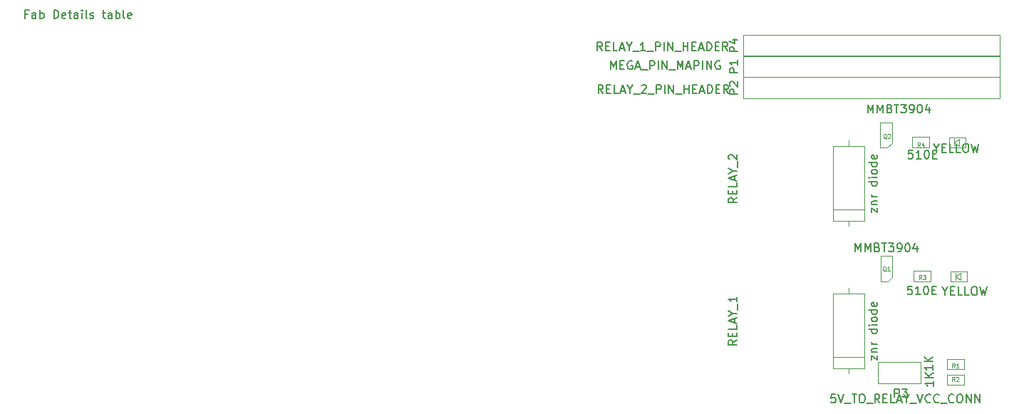
<source format=gbr>
G04 #@! TF.FileFunction,Other,Fab,Top*
%FSLAX46Y46*%
G04 Gerber Fmt 4.6, Leading zero omitted, Abs format (unit mm)*
G04 Created by KiCad (PCBNEW 4.0.4-stable) date 04/20/17 14:33:44*
%MOMM*%
%LPD*%
G01*
G04 APERTURE LIST*
%ADD10C,0.100000*%
%ADD11C,0.150000*%
%ADD12C,0.075000*%
G04 APERTURE END LIST*
D10*
X202040000Y-84930000D02*
X202040000Y-85730000D01*
X202040000Y-85330000D02*
X202640000Y-84930000D01*
X202640000Y-85730000D02*
X202040000Y-85330000D01*
X202640000Y-84930000D02*
X202640000Y-85730000D01*
X203440000Y-85930000D02*
X201440000Y-85930000D01*
X203440000Y-84730000D02*
X203440000Y-85930000D01*
X201440000Y-84730000D02*
X203440000Y-84730000D01*
X201440000Y-85930000D02*
X201440000Y-84730000D01*
X201890000Y-69010000D02*
X201890000Y-69810000D01*
X201890000Y-69410000D02*
X202490000Y-69010000D01*
X202490000Y-69810000D02*
X201890000Y-69410000D01*
X202490000Y-69010000D02*
X202490000Y-69810000D01*
X203290000Y-70010000D02*
X201290000Y-70010000D01*
X203290000Y-68810000D02*
X203290000Y-70010000D01*
X201290000Y-68810000D02*
X203290000Y-68810000D01*
X201290000Y-70010000D02*
X201290000Y-68810000D01*
X187530000Y-96240000D02*
X191230000Y-96240000D01*
X191230000Y-96240000D02*
X191230000Y-87340000D01*
X191230000Y-87340000D02*
X187530000Y-87340000D01*
X187530000Y-87340000D02*
X187530000Y-96240000D01*
X189380000Y-96870000D02*
X189380000Y-96240000D01*
X189380000Y-86710000D02*
X189380000Y-87340000D01*
X187530000Y-94905000D02*
X191230000Y-94905000D01*
X187530000Y-78710000D02*
X191230000Y-78710000D01*
X191230000Y-78710000D02*
X191230000Y-69810000D01*
X191230000Y-69810000D02*
X187530000Y-69810000D01*
X187530000Y-69810000D02*
X187530000Y-78710000D01*
X189380000Y-79340000D02*
X189380000Y-78710000D01*
X189380000Y-69180000D02*
X189380000Y-69810000D01*
X187530000Y-77375000D02*
X191230000Y-77375000D01*
X176800000Y-61660000D02*
X207280000Y-61660000D01*
X207280000Y-61660000D02*
X207280000Y-59120000D01*
X207280000Y-59120000D02*
X176800000Y-59120000D01*
X176800000Y-59120000D02*
X176800000Y-61660000D01*
X176800000Y-64200000D02*
X207280000Y-64200000D01*
X207280000Y-64200000D02*
X207280000Y-61660000D01*
X207280000Y-61660000D02*
X176800000Y-61660000D01*
X176800000Y-61660000D02*
X176800000Y-64200000D01*
X197920000Y-95460000D02*
X192840000Y-95460000D01*
X192840000Y-95460000D02*
X192840000Y-98000000D01*
X192840000Y-98000000D02*
X197920000Y-98000000D01*
X197920000Y-98000000D02*
X197920000Y-95460000D01*
X176800000Y-59140000D02*
X207280000Y-59140000D01*
X207280000Y-59140000D02*
X207280000Y-56600000D01*
X207280000Y-56600000D02*
X176800000Y-56600000D01*
X176800000Y-56600000D02*
X176800000Y-59140000D01*
X194540000Y-85370000D02*
X194540000Y-82920000D01*
X193990000Y-85940000D02*
X193140000Y-85940000D01*
X194540000Y-85370000D02*
X193990000Y-85940000D01*
X193140000Y-85940000D02*
X193140000Y-82900000D01*
X194540000Y-82900000D02*
X193140000Y-82900000D01*
X194500000Y-69470000D02*
X194500000Y-67020000D01*
X193950000Y-70040000D02*
X193100000Y-70040000D01*
X194500000Y-69470000D02*
X193950000Y-70040000D01*
X193100000Y-70040000D02*
X193100000Y-67000000D01*
X194500000Y-67000000D02*
X193100000Y-67000000D01*
X203052109Y-95126741D02*
X203052109Y-96366741D01*
X201052109Y-95126741D02*
X203052109Y-95126741D01*
X201052109Y-96366741D02*
X201052109Y-95126741D01*
X203052109Y-96366741D02*
X201052109Y-96366741D01*
X203052109Y-96986741D02*
X203052109Y-98226741D01*
X201052109Y-96986741D02*
X203052109Y-96986741D01*
X201052109Y-98226741D02*
X201052109Y-96986741D01*
X203052109Y-98226741D02*
X201052109Y-98226741D01*
X197060000Y-85900000D02*
X197060000Y-84660000D01*
X199060000Y-85900000D02*
X197060000Y-85900000D01*
X199060000Y-84660000D02*
X199060000Y-85900000D01*
X197060000Y-84660000D02*
X199060000Y-84660000D01*
X196910000Y-69980000D02*
X196910000Y-68740000D01*
X198910000Y-69980000D02*
X196910000Y-69980000D01*
X198910000Y-68740000D02*
X198910000Y-69980000D01*
X196910000Y-68740000D02*
X198910000Y-68740000D01*
D11*
X200812857Y-87066190D02*
X200812857Y-87542381D01*
X200479524Y-86542381D02*
X200812857Y-87066190D01*
X201146191Y-86542381D01*
X201479524Y-87018571D02*
X201812858Y-87018571D01*
X201955715Y-87542381D02*
X201479524Y-87542381D01*
X201479524Y-86542381D01*
X201955715Y-86542381D01*
X202860477Y-87542381D02*
X202384286Y-87542381D01*
X202384286Y-86542381D01*
X203670001Y-87542381D02*
X203193810Y-87542381D01*
X203193810Y-86542381D01*
X204193810Y-86542381D02*
X204384287Y-86542381D01*
X204479525Y-86590000D01*
X204574763Y-86685238D01*
X204622382Y-86875714D01*
X204622382Y-87209048D01*
X204574763Y-87399524D01*
X204479525Y-87494762D01*
X204384287Y-87542381D01*
X204193810Y-87542381D01*
X204098572Y-87494762D01*
X204003334Y-87399524D01*
X203955715Y-87209048D01*
X203955715Y-86875714D01*
X204003334Y-86685238D01*
X204098572Y-86590000D01*
X204193810Y-86542381D01*
X204955715Y-86542381D02*
X205193810Y-87542381D01*
X205384287Y-86828095D01*
X205574763Y-87542381D01*
X205812858Y-86542381D01*
X199801757Y-70082590D02*
X199801757Y-70558781D01*
X199468424Y-69558781D02*
X199801757Y-70082590D01*
X200135091Y-69558781D01*
X200468424Y-70034971D02*
X200801758Y-70034971D01*
X200944615Y-70558781D02*
X200468424Y-70558781D01*
X200468424Y-69558781D01*
X200944615Y-69558781D01*
X201849377Y-70558781D02*
X201373186Y-70558781D01*
X201373186Y-69558781D01*
X202658901Y-70558781D02*
X202182710Y-70558781D01*
X202182710Y-69558781D01*
X203182710Y-69558781D02*
X203373187Y-69558781D01*
X203468425Y-69606400D01*
X203563663Y-69701638D01*
X203611282Y-69892114D01*
X203611282Y-70225448D01*
X203563663Y-70415924D01*
X203468425Y-70511162D01*
X203373187Y-70558781D01*
X203182710Y-70558781D01*
X203087472Y-70511162D01*
X202992234Y-70415924D01*
X202944615Y-70225448D01*
X202944615Y-69892114D01*
X202992234Y-69701638D01*
X203087472Y-69606400D01*
X203182710Y-69558781D01*
X203944615Y-69558781D02*
X204182710Y-70558781D01*
X204373187Y-69844495D01*
X204563663Y-70558781D01*
X204801758Y-69558781D01*
X192075714Y-95218572D02*
X192075714Y-94694762D01*
X192742381Y-95218572D01*
X192742381Y-94694762D01*
X192075714Y-94313810D02*
X192742381Y-94313810D01*
X192170952Y-94313810D02*
X192123333Y-94266191D01*
X192075714Y-94170953D01*
X192075714Y-94028095D01*
X192123333Y-93932857D01*
X192218571Y-93885238D01*
X192742381Y-93885238D01*
X192742381Y-93409048D02*
X192075714Y-93409048D01*
X192266190Y-93409048D02*
X192170952Y-93361429D01*
X192123333Y-93313810D01*
X192075714Y-93218572D01*
X192075714Y-93123333D01*
X192742381Y-91599523D02*
X191742381Y-91599523D01*
X192694762Y-91599523D02*
X192742381Y-91694761D01*
X192742381Y-91885238D01*
X192694762Y-91980476D01*
X192647143Y-92028095D01*
X192551905Y-92075714D01*
X192266190Y-92075714D01*
X192170952Y-92028095D01*
X192123333Y-91980476D01*
X192075714Y-91885238D01*
X192075714Y-91694761D01*
X192123333Y-91599523D01*
X192742381Y-91123333D02*
X192075714Y-91123333D01*
X191742381Y-91123333D02*
X191790000Y-91170952D01*
X191837619Y-91123333D01*
X191790000Y-91075714D01*
X191742381Y-91123333D01*
X191837619Y-91123333D01*
X192742381Y-90504286D02*
X192694762Y-90599524D01*
X192647143Y-90647143D01*
X192551905Y-90694762D01*
X192266190Y-90694762D01*
X192170952Y-90647143D01*
X192123333Y-90599524D01*
X192075714Y-90504286D01*
X192075714Y-90361428D01*
X192123333Y-90266190D01*
X192170952Y-90218571D01*
X192266190Y-90170952D01*
X192551905Y-90170952D01*
X192647143Y-90218571D01*
X192694762Y-90266190D01*
X192742381Y-90361428D01*
X192742381Y-90504286D01*
X192742381Y-89313809D02*
X191742381Y-89313809D01*
X192694762Y-89313809D02*
X192742381Y-89409047D01*
X192742381Y-89599524D01*
X192694762Y-89694762D01*
X192647143Y-89742381D01*
X192551905Y-89790000D01*
X192266190Y-89790000D01*
X192170952Y-89742381D01*
X192123333Y-89694762D01*
X192075714Y-89599524D01*
X192075714Y-89409047D01*
X192123333Y-89313809D01*
X192694762Y-88456666D02*
X192742381Y-88551904D01*
X192742381Y-88742381D01*
X192694762Y-88837619D01*
X192599524Y-88885238D01*
X192218571Y-88885238D01*
X192123333Y-88837619D01*
X192075714Y-88742381D01*
X192075714Y-88551904D01*
X192123333Y-88456666D01*
X192218571Y-88409047D01*
X192313810Y-88409047D01*
X192409048Y-88885238D01*
X192075714Y-77688572D02*
X192075714Y-77164762D01*
X192742381Y-77688572D01*
X192742381Y-77164762D01*
X192075714Y-76783810D02*
X192742381Y-76783810D01*
X192170952Y-76783810D02*
X192123333Y-76736191D01*
X192075714Y-76640953D01*
X192075714Y-76498095D01*
X192123333Y-76402857D01*
X192218571Y-76355238D01*
X192742381Y-76355238D01*
X192742381Y-75879048D02*
X192075714Y-75879048D01*
X192266190Y-75879048D02*
X192170952Y-75831429D01*
X192123333Y-75783810D01*
X192075714Y-75688572D01*
X192075714Y-75593333D01*
X192742381Y-74069523D02*
X191742381Y-74069523D01*
X192694762Y-74069523D02*
X192742381Y-74164761D01*
X192742381Y-74355238D01*
X192694762Y-74450476D01*
X192647143Y-74498095D01*
X192551905Y-74545714D01*
X192266190Y-74545714D01*
X192170952Y-74498095D01*
X192123333Y-74450476D01*
X192075714Y-74355238D01*
X192075714Y-74164761D01*
X192123333Y-74069523D01*
X192742381Y-73593333D02*
X192075714Y-73593333D01*
X191742381Y-73593333D02*
X191790000Y-73640952D01*
X191837619Y-73593333D01*
X191790000Y-73545714D01*
X191742381Y-73593333D01*
X191837619Y-73593333D01*
X192742381Y-72974286D02*
X192694762Y-73069524D01*
X192647143Y-73117143D01*
X192551905Y-73164762D01*
X192266190Y-73164762D01*
X192170952Y-73117143D01*
X192123333Y-73069524D01*
X192075714Y-72974286D01*
X192075714Y-72831428D01*
X192123333Y-72736190D01*
X192170952Y-72688571D01*
X192266190Y-72640952D01*
X192551905Y-72640952D01*
X192647143Y-72688571D01*
X192694762Y-72736190D01*
X192742381Y-72831428D01*
X192742381Y-72974286D01*
X192742381Y-71783809D02*
X191742381Y-71783809D01*
X192694762Y-71783809D02*
X192742381Y-71879047D01*
X192742381Y-72069524D01*
X192694762Y-72164762D01*
X192647143Y-72212381D01*
X192551905Y-72260000D01*
X192266190Y-72260000D01*
X192170952Y-72212381D01*
X192123333Y-72164762D01*
X192075714Y-72069524D01*
X192075714Y-71879047D01*
X192123333Y-71783809D01*
X192694762Y-70926666D02*
X192742381Y-71021904D01*
X192742381Y-71212381D01*
X192694762Y-71307619D01*
X192599524Y-71355238D01*
X192218571Y-71355238D01*
X192123333Y-71307619D01*
X192075714Y-71212381D01*
X192075714Y-71021904D01*
X192123333Y-70926666D01*
X192218571Y-70879047D01*
X192313810Y-70879047D01*
X192409048Y-71355238D01*
X161060000Y-60712381D02*
X161060000Y-59712381D01*
X161393334Y-60426667D01*
X161726667Y-59712381D01*
X161726667Y-60712381D01*
X162202857Y-60188571D02*
X162536191Y-60188571D01*
X162679048Y-60712381D02*
X162202857Y-60712381D01*
X162202857Y-59712381D01*
X162679048Y-59712381D01*
X163631429Y-59760000D02*
X163536191Y-59712381D01*
X163393334Y-59712381D01*
X163250476Y-59760000D01*
X163155238Y-59855238D01*
X163107619Y-59950476D01*
X163060000Y-60140952D01*
X163060000Y-60283810D01*
X163107619Y-60474286D01*
X163155238Y-60569524D01*
X163250476Y-60664762D01*
X163393334Y-60712381D01*
X163488572Y-60712381D01*
X163631429Y-60664762D01*
X163679048Y-60617143D01*
X163679048Y-60283810D01*
X163488572Y-60283810D01*
X164060000Y-60426667D02*
X164536191Y-60426667D01*
X163964762Y-60712381D02*
X164298095Y-59712381D01*
X164631429Y-60712381D01*
X164726667Y-60807619D02*
X165488572Y-60807619D01*
X165726667Y-60712381D02*
X165726667Y-59712381D01*
X166107620Y-59712381D01*
X166202858Y-59760000D01*
X166250477Y-59807619D01*
X166298096Y-59902857D01*
X166298096Y-60045714D01*
X166250477Y-60140952D01*
X166202858Y-60188571D01*
X166107620Y-60236190D01*
X165726667Y-60236190D01*
X166726667Y-60712381D02*
X166726667Y-59712381D01*
X167202857Y-60712381D02*
X167202857Y-59712381D01*
X167774286Y-60712381D01*
X167774286Y-59712381D01*
X168012381Y-60807619D02*
X168774286Y-60807619D01*
X169012381Y-60712381D02*
X169012381Y-59712381D01*
X169345715Y-60426667D01*
X169679048Y-59712381D01*
X169679048Y-60712381D01*
X170107619Y-60426667D02*
X170583810Y-60426667D01*
X170012381Y-60712381D02*
X170345714Y-59712381D01*
X170679048Y-60712381D01*
X171012381Y-60712381D02*
X171012381Y-59712381D01*
X171393334Y-59712381D01*
X171488572Y-59760000D01*
X171536191Y-59807619D01*
X171583810Y-59902857D01*
X171583810Y-60045714D01*
X171536191Y-60140952D01*
X171488572Y-60188571D01*
X171393334Y-60236190D01*
X171012381Y-60236190D01*
X172012381Y-60712381D02*
X172012381Y-59712381D01*
X172488571Y-60712381D02*
X172488571Y-59712381D01*
X173060000Y-60712381D01*
X173060000Y-59712381D01*
X174060000Y-59760000D02*
X173964762Y-59712381D01*
X173821905Y-59712381D01*
X173679047Y-59760000D01*
X173583809Y-59855238D01*
X173536190Y-59950476D01*
X173488571Y-60140952D01*
X173488571Y-60283810D01*
X173536190Y-60474286D01*
X173583809Y-60569524D01*
X173679047Y-60664762D01*
X173821905Y-60712381D01*
X173917143Y-60712381D01*
X174060000Y-60664762D01*
X174107619Y-60617143D01*
X174107619Y-60283810D01*
X173917143Y-60283810D01*
X176192381Y-61128095D02*
X175192381Y-61128095D01*
X175192381Y-60747142D01*
X175240000Y-60651904D01*
X175287619Y-60604285D01*
X175382857Y-60556666D01*
X175525714Y-60556666D01*
X175620952Y-60604285D01*
X175668571Y-60651904D01*
X175716190Y-60747142D01*
X175716190Y-61128095D01*
X176192381Y-59604285D02*
X176192381Y-60175714D01*
X176192381Y-59890000D02*
X175192381Y-59890000D01*
X175335238Y-59985238D01*
X175430476Y-60080476D01*
X175478095Y-60175714D01*
X160177143Y-63562381D02*
X159843809Y-63086190D01*
X159605714Y-63562381D02*
X159605714Y-62562381D01*
X159986667Y-62562381D01*
X160081905Y-62610000D01*
X160129524Y-62657619D01*
X160177143Y-62752857D01*
X160177143Y-62895714D01*
X160129524Y-62990952D01*
X160081905Y-63038571D01*
X159986667Y-63086190D01*
X159605714Y-63086190D01*
X160605714Y-63038571D02*
X160939048Y-63038571D01*
X161081905Y-63562381D02*
X160605714Y-63562381D01*
X160605714Y-62562381D01*
X161081905Y-62562381D01*
X161986667Y-63562381D02*
X161510476Y-63562381D01*
X161510476Y-62562381D01*
X162272381Y-63276667D02*
X162748572Y-63276667D01*
X162177143Y-63562381D02*
X162510476Y-62562381D01*
X162843810Y-63562381D01*
X163367619Y-63086190D02*
X163367619Y-63562381D01*
X163034286Y-62562381D02*
X163367619Y-63086190D01*
X163700953Y-62562381D01*
X163796191Y-63657619D02*
X164558096Y-63657619D01*
X164748572Y-62657619D02*
X164796191Y-62610000D01*
X164891429Y-62562381D01*
X165129525Y-62562381D01*
X165224763Y-62610000D01*
X165272382Y-62657619D01*
X165320001Y-62752857D01*
X165320001Y-62848095D01*
X165272382Y-62990952D01*
X164700953Y-63562381D01*
X165320001Y-63562381D01*
X165510477Y-63657619D02*
X166272382Y-63657619D01*
X166510477Y-63562381D02*
X166510477Y-62562381D01*
X166891430Y-62562381D01*
X166986668Y-62610000D01*
X167034287Y-62657619D01*
X167081906Y-62752857D01*
X167081906Y-62895714D01*
X167034287Y-62990952D01*
X166986668Y-63038571D01*
X166891430Y-63086190D01*
X166510477Y-63086190D01*
X167510477Y-63562381D02*
X167510477Y-62562381D01*
X167986667Y-63562381D02*
X167986667Y-62562381D01*
X168558096Y-63562381D01*
X168558096Y-62562381D01*
X168796191Y-63657619D02*
X169558096Y-63657619D01*
X169796191Y-63562381D02*
X169796191Y-62562381D01*
X169796191Y-63038571D02*
X170367620Y-63038571D01*
X170367620Y-63562381D02*
X170367620Y-62562381D01*
X170843810Y-63038571D02*
X171177144Y-63038571D01*
X171320001Y-63562381D02*
X170843810Y-63562381D01*
X170843810Y-62562381D01*
X171320001Y-62562381D01*
X171700953Y-63276667D02*
X172177144Y-63276667D01*
X171605715Y-63562381D02*
X171939048Y-62562381D01*
X172272382Y-63562381D01*
X172605715Y-63562381D02*
X172605715Y-62562381D01*
X172843810Y-62562381D01*
X172986668Y-62610000D01*
X173081906Y-62705238D01*
X173129525Y-62800476D01*
X173177144Y-62990952D01*
X173177144Y-63133810D01*
X173129525Y-63324286D01*
X173081906Y-63419524D01*
X172986668Y-63514762D01*
X172843810Y-63562381D01*
X172605715Y-63562381D01*
X173605715Y-63038571D02*
X173939049Y-63038571D01*
X174081906Y-63562381D02*
X173605715Y-63562381D01*
X173605715Y-62562381D01*
X174081906Y-62562381D01*
X175081906Y-63562381D02*
X174748572Y-63086190D01*
X174510477Y-63562381D02*
X174510477Y-62562381D01*
X174891430Y-62562381D01*
X174986668Y-62610000D01*
X175034287Y-62657619D01*
X175081906Y-62752857D01*
X175081906Y-62895714D01*
X175034287Y-62990952D01*
X174986668Y-63038571D01*
X174891430Y-63086190D01*
X174510477Y-63086190D01*
X176192381Y-63668095D02*
X175192381Y-63668095D01*
X175192381Y-63287142D01*
X175240000Y-63191904D01*
X175287619Y-63144285D01*
X175382857Y-63096666D01*
X175525714Y-63096666D01*
X175620952Y-63144285D01*
X175668571Y-63191904D01*
X175716190Y-63287142D01*
X175716190Y-63668095D01*
X175287619Y-62715714D02*
X175240000Y-62668095D01*
X175192381Y-62572857D01*
X175192381Y-62334761D01*
X175240000Y-62239523D01*
X175287619Y-62191904D01*
X175382857Y-62144285D01*
X175478095Y-62144285D01*
X175620952Y-62191904D01*
X176192381Y-62763333D01*
X176192381Y-62144285D01*
X187796666Y-99322381D02*
X187320475Y-99322381D01*
X187272856Y-99798571D01*
X187320475Y-99750952D01*
X187415713Y-99703333D01*
X187653809Y-99703333D01*
X187749047Y-99750952D01*
X187796666Y-99798571D01*
X187844285Y-99893810D01*
X187844285Y-100131905D01*
X187796666Y-100227143D01*
X187749047Y-100274762D01*
X187653809Y-100322381D01*
X187415713Y-100322381D01*
X187320475Y-100274762D01*
X187272856Y-100227143D01*
X188129999Y-99322381D02*
X188463332Y-100322381D01*
X188796666Y-99322381D01*
X188891904Y-100417619D02*
X189653809Y-100417619D01*
X189749047Y-99322381D02*
X190320476Y-99322381D01*
X190034761Y-100322381D02*
X190034761Y-99322381D01*
X190844285Y-99322381D02*
X191034762Y-99322381D01*
X191130000Y-99370000D01*
X191225238Y-99465238D01*
X191272857Y-99655714D01*
X191272857Y-99989048D01*
X191225238Y-100179524D01*
X191130000Y-100274762D01*
X191034762Y-100322381D01*
X190844285Y-100322381D01*
X190749047Y-100274762D01*
X190653809Y-100179524D01*
X190606190Y-99989048D01*
X190606190Y-99655714D01*
X190653809Y-99465238D01*
X190749047Y-99370000D01*
X190844285Y-99322381D01*
X191463333Y-100417619D02*
X192225238Y-100417619D01*
X193034762Y-100322381D02*
X192701428Y-99846190D01*
X192463333Y-100322381D02*
X192463333Y-99322381D01*
X192844286Y-99322381D01*
X192939524Y-99370000D01*
X192987143Y-99417619D01*
X193034762Y-99512857D01*
X193034762Y-99655714D01*
X192987143Y-99750952D01*
X192939524Y-99798571D01*
X192844286Y-99846190D01*
X192463333Y-99846190D01*
X193463333Y-99798571D02*
X193796667Y-99798571D01*
X193939524Y-100322381D02*
X193463333Y-100322381D01*
X193463333Y-99322381D01*
X193939524Y-99322381D01*
X194844286Y-100322381D02*
X194368095Y-100322381D01*
X194368095Y-99322381D01*
X195130000Y-100036667D02*
X195606191Y-100036667D01*
X195034762Y-100322381D02*
X195368095Y-99322381D01*
X195701429Y-100322381D01*
X196225238Y-99846190D02*
X196225238Y-100322381D01*
X195891905Y-99322381D02*
X196225238Y-99846190D01*
X196558572Y-99322381D01*
X196653810Y-100417619D02*
X197415715Y-100417619D01*
X197510953Y-99322381D02*
X197844286Y-100322381D01*
X198177620Y-99322381D01*
X199082382Y-100227143D02*
X199034763Y-100274762D01*
X198891906Y-100322381D01*
X198796668Y-100322381D01*
X198653810Y-100274762D01*
X198558572Y-100179524D01*
X198510953Y-100084286D01*
X198463334Y-99893810D01*
X198463334Y-99750952D01*
X198510953Y-99560476D01*
X198558572Y-99465238D01*
X198653810Y-99370000D01*
X198796668Y-99322381D01*
X198891906Y-99322381D01*
X199034763Y-99370000D01*
X199082382Y-99417619D01*
X200082382Y-100227143D02*
X200034763Y-100274762D01*
X199891906Y-100322381D01*
X199796668Y-100322381D01*
X199653810Y-100274762D01*
X199558572Y-100179524D01*
X199510953Y-100084286D01*
X199463334Y-99893810D01*
X199463334Y-99750952D01*
X199510953Y-99560476D01*
X199558572Y-99465238D01*
X199653810Y-99370000D01*
X199796668Y-99322381D01*
X199891906Y-99322381D01*
X200034763Y-99370000D01*
X200082382Y-99417619D01*
X200272858Y-100417619D02*
X201034763Y-100417619D01*
X201844287Y-100227143D02*
X201796668Y-100274762D01*
X201653811Y-100322381D01*
X201558573Y-100322381D01*
X201415715Y-100274762D01*
X201320477Y-100179524D01*
X201272858Y-100084286D01*
X201225239Y-99893810D01*
X201225239Y-99750952D01*
X201272858Y-99560476D01*
X201320477Y-99465238D01*
X201415715Y-99370000D01*
X201558573Y-99322381D01*
X201653811Y-99322381D01*
X201796668Y-99370000D01*
X201844287Y-99417619D01*
X202463334Y-99322381D02*
X202653811Y-99322381D01*
X202749049Y-99370000D01*
X202844287Y-99465238D01*
X202891906Y-99655714D01*
X202891906Y-99989048D01*
X202844287Y-100179524D01*
X202749049Y-100274762D01*
X202653811Y-100322381D01*
X202463334Y-100322381D01*
X202368096Y-100274762D01*
X202272858Y-100179524D01*
X202225239Y-99989048D01*
X202225239Y-99655714D01*
X202272858Y-99465238D01*
X202368096Y-99370000D01*
X202463334Y-99322381D01*
X203320477Y-100322381D02*
X203320477Y-99322381D01*
X203891906Y-100322381D01*
X203891906Y-99322381D01*
X204368096Y-100322381D02*
X204368096Y-99322381D01*
X204939525Y-100322381D01*
X204939525Y-99322381D01*
X194821905Y-99662381D02*
X194821905Y-98662381D01*
X195202858Y-98662381D01*
X195298096Y-98710000D01*
X195345715Y-98757619D01*
X195393334Y-98852857D01*
X195393334Y-98995714D01*
X195345715Y-99090952D01*
X195298096Y-99138571D01*
X195202858Y-99186190D01*
X194821905Y-99186190D01*
X195726667Y-98662381D02*
X196345715Y-98662381D01*
X196012381Y-99043333D01*
X196155239Y-99043333D01*
X196250477Y-99090952D01*
X196298096Y-99138571D01*
X196345715Y-99233810D01*
X196345715Y-99471905D01*
X196298096Y-99567143D01*
X196250477Y-99614762D01*
X196155239Y-99662381D01*
X195869524Y-99662381D01*
X195774286Y-99614762D01*
X195726667Y-99567143D01*
X160077143Y-58492381D02*
X159743809Y-58016190D01*
X159505714Y-58492381D02*
X159505714Y-57492381D01*
X159886667Y-57492381D01*
X159981905Y-57540000D01*
X160029524Y-57587619D01*
X160077143Y-57682857D01*
X160077143Y-57825714D01*
X160029524Y-57920952D01*
X159981905Y-57968571D01*
X159886667Y-58016190D01*
X159505714Y-58016190D01*
X160505714Y-57968571D02*
X160839048Y-57968571D01*
X160981905Y-58492381D02*
X160505714Y-58492381D01*
X160505714Y-57492381D01*
X160981905Y-57492381D01*
X161886667Y-58492381D02*
X161410476Y-58492381D01*
X161410476Y-57492381D01*
X162172381Y-58206667D02*
X162648572Y-58206667D01*
X162077143Y-58492381D02*
X162410476Y-57492381D01*
X162743810Y-58492381D01*
X163267619Y-58016190D02*
X163267619Y-58492381D01*
X162934286Y-57492381D02*
X163267619Y-58016190D01*
X163600953Y-57492381D01*
X163696191Y-58587619D02*
X164458096Y-58587619D01*
X165220001Y-58492381D02*
X164648572Y-58492381D01*
X164934286Y-58492381D02*
X164934286Y-57492381D01*
X164839048Y-57635238D01*
X164743810Y-57730476D01*
X164648572Y-57778095D01*
X165410477Y-58587619D02*
X166172382Y-58587619D01*
X166410477Y-58492381D02*
X166410477Y-57492381D01*
X166791430Y-57492381D01*
X166886668Y-57540000D01*
X166934287Y-57587619D01*
X166981906Y-57682857D01*
X166981906Y-57825714D01*
X166934287Y-57920952D01*
X166886668Y-57968571D01*
X166791430Y-58016190D01*
X166410477Y-58016190D01*
X167410477Y-58492381D02*
X167410477Y-57492381D01*
X167886667Y-58492381D02*
X167886667Y-57492381D01*
X168458096Y-58492381D01*
X168458096Y-57492381D01*
X168696191Y-58587619D02*
X169458096Y-58587619D01*
X169696191Y-58492381D02*
X169696191Y-57492381D01*
X169696191Y-57968571D02*
X170267620Y-57968571D01*
X170267620Y-58492381D02*
X170267620Y-57492381D01*
X170743810Y-57968571D02*
X171077144Y-57968571D01*
X171220001Y-58492381D02*
X170743810Y-58492381D01*
X170743810Y-57492381D01*
X171220001Y-57492381D01*
X171600953Y-58206667D02*
X172077144Y-58206667D01*
X171505715Y-58492381D02*
X171839048Y-57492381D01*
X172172382Y-58492381D01*
X172505715Y-58492381D02*
X172505715Y-57492381D01*
X172743810Y-57492381D01*
X172886668Y-57540000D01*
X172981906Y-57635238D01*
X173029525Y-57730476D01*
X173077144Y-57920952D01*
X173077144Y-58063810D01*
X173029525Y-58254286D01*
X172981906Y-58349524D01*
X172886668Y-58444762D01*
X172743810Y-58492381D01*
X172505715Y-58492381D01*
X173505715Y-57968571D02*
X173839049Y-57968571D01*
X173981906Y-58492381D02*
X173505715Y-58492381D01*
X173505715Y-57492381D01*
X173981906Y-57492381D01*
X174981906Y-58492381D02*
X174648572Y-58016190D01*
X174410477Y-58492381D02*
X174410477Y-57492381D01*
X174791430Y-57492381D01*
X174886668Y-57540000D01*
X174934287Y-57587619D01*
X174981906Y-57682857D01*
X174981906Y-57825714D01*
X174934287Y-57920952D01*
X174886668Y-57968571D01*
X174791430Y-58016190D01*
X174410477Y-58016190D01*
X176192381Y-58608095D02*
X175192381Y-58608095D01*
X175192381Y-58227142D01*
X175240000Y-58131904D01*
X175287619Y-58084285D01*
X175382857Y-58036666D01*
X175525714Y-58036666D01*
X175620952Y-58084285D01*
X175668571Y-58131904D01*
X175716190Y-58227142D01*
X175716190Y-58608095D01*
X175525714Y-57179523D02*
X176192381Y-57179523D01*
X175144762Y-57417619D02*
X175859048Y-57655714D01*
X175859048Y-57036666D01*
X190149524Y-82372381D02*
X190149524Y-81372381D01*
X190482858Y-82086667D01*
X190816191Y-81372381D01*
X190816191Y-82372381D01*
X191292381Y-82372381D02*
X191292381Y-81372381D01*
X191625715Y-82086667D01*
X191959048Y-81372381D01*
X191959048Y-82372381D01*
X192768572Y-81848571D02*
X192911429Y-81896190D01*
X192959048Y-81943810D01*
X193006667Y-82039048D01*
X193006667Y-82181905D01*
X192959048Y-82277143D01*
X192911429Y-82324762D01*
X192816191Y-82372381D01*
X192435238Y-82372381D01*
X192435238Y-81372381D01*
X192768572Y-81372381D01*
X192863810Y-81420000D01*
X192911429Y-81467619D01*
X192959048Y-81562857D01*
X192959048Y-81658095D01*
X192911429Y-81753333D01*
X192863810Y-81800952D01*
X192768572Y-81848571D01*
X192435238Y-81848571D01*
X193292381Y-81372381D02*
X193863810Y-81372381D01*
X193578095Y-82372381D02*
X193578095Y-81372381D01*
X194101905Y-81372381D02*
X194720953Y-81372381D01*
X194387619Y-81753333D01*
X194530477Y-81753333D01*
X194625715Y-81800952D01*
X194673334Y-81848571D01*
X194720953Y-81943810D01*
X194720953Y-82181905D01*
X194673334Y-82277143D01*
X194625715Y-82324762D01*
X194530477Y-82372381D01*
X194244762Y-82372381D01*
X194149524Y-82324762D01*
X194101905Y-82277143D01*
X195197143Y-82372381D02*
X195387619Y-82372381D01*
X195482858Y-82324762D01*
X195530477Y-82277143D01*
X195625715Y-82134286D01*
X195673334Y-81943810D01*
X195673334Y-81562857D01*
X195625715Y-81467619D01*
X195578096Y-81420000D01*
X195482858Y-81372381D01*
X195292381Y-81372381D01*
X195197143Y-81420000D01*
X195149524Y-81467619D01*
X195101905Y-81562857D01*
X195101905Y-81800952D01*
X195149524Y-81896190D01*
X195197143Y-81943810D01*
X195292381Y-81991429D01*
X195482858Y-81991429D01*
X195578096Y-81943810D01*
X195625715Y-81896190D01*
X195673334Y-81800952D01*
X196292381Y-81372381D02*
X196387620Y-81372381D01*
X196482858Y-81420000D01*
X196530477Y-81467619D01*
X196578096Y-81562857D01*
X196625715Y-81753333D01*
X196625715Y-81991429D01*
X196578096Y-82181905D01*
X196530477Y-82277143D01*
X196482858Y-82324762D01*
X196387620Y-82372381D01*
X196292381Y-82372381D01*
X196197143Y-82324762D01*
X196149524Y-82277143D01*
X196101905Y-82181905D01*
X196054286Y-81991429D01*
X196054286Y-81753333D01*
X196101905Y-81562857D01*
X196149524Y-81467619D01*
X196197143Y-81420000D01*
X196292381Y-81372381D01*
X197482858Y-81705714D02*
X197482858Y-82372381D01*
X197244762Y-81324762D02*
X197006667Y-82039048D01*
X197625715Y-82039048D01*
D12*
X193792381Y-84693810D02*
X193744762Y-84670000D01*
X193697143Y-84622381D01*
X193625714Y-84550952D01*
X193578095Y-84527143D01*
X193530476Y-84527143D01*
X193554286Y-84646190D02*
X193506667Y-84622381D01*
X193459048Y-84574762D01*
X193435238Y-84479524D01*
X193435238Y-84312857D01*
X193459048Y-84217619D01*
X193506667Y-84170000D01*
X193554286Y-84146190D01*
X193649524Y-84146190D01*
X193697143Y-84170000D01*
X193744762Y-84217619D01*
X193768571Y-84312857D01*
X193768571Y-84479524D01*
X193744762Y-84574762D01*
X193697143Y-84622381D01*
X193649524Y-84646190D01*
X193554286Y-84646190D01*
X194244762Y-84646190D02*
X193959048Y-84646190D01*
X194101905Y-84646190D02*
X194101905Y-84146190D01*
X194054286Y-84217619D01*
X194006667Y-84265238D01*
X193959048Y-84289048D01*
D11*
X191619524Y-65882381D02*
X191619524Y-64882381D01*
X191952858Y-65596667D01*
X192286191Y-64882381D01*
X192286191Y-65882381D01*
X192762381Y-65882381D02*
X192762381Y-64882381D01*
X193095715Y-65596667D01*
X193429048Y-64882381D01*
X193429048Y-65882381D01*
X194238572Y-65358571D02*
X194381429Y-65406190D01*
X194429048Y-65453810D01*
X194476667Y-65549048D01*
X194476667Y-65691905D01*
X194429048Y-65787143D01*
X194381429Y-65834762D01*
X194286191Y-65882381D01*
X193905238Y-65882381D01*
X193905238Y-64882381D01*
X194238572Y-64882381D01*
X194333810Y-64930000D01*
X194381429Y-64977619D01*
X194429048Y-65072857D01*
X194429048Y-65168095D01*
X194381429Y-65263333D01*
X194333810Y-65310952D01*
X194238572Y-65358571D01*
X193905238Y-65358571D01*
X194762381Y-64882381D02*
X195333810Y-64882381D01*
X195048095Y-65882381D02*
X195048095Y-64882381D01*
X195571905Y-64882381D02*
X196190953Y-64882381D01*
X195857619Y-65263333D01*
X196000477Y-65263333D01*
X196095715Y-65310952D01*
X196143334Y-65358571D01*
X196190953Y-65453810D01*
X196190953Y-65691905D01*
X196143334Y-65787143D01*
X196095715Y-65834762D01*
X196000477Y-65882381D01*
X195714762Y-65882381D01*
X195619524Y-65834762D01*
X195571905Y-65787143D01*
X196667143Y-65882381D02*
X196857619Y-65882381D01*
X196952858Y-65834762D01*
X197000477Y-65787143D01*
X197095715Y-65644286D01*
X197143334Y-65453810D01*
X197143334Y-65072857D01*
X197095715Y-64977619D01*
X197048096Y-64930000D01*
X196952858Y-64882381D01*
X196762381Y-64882381D01*
X196667143Y-64930000D01*
X196619524Y-64977619D01*
X196571905Y-65072857D01*
X196571905Y-65310952D01*
X196619524Y-65406190D01*
X196667143Y-65453810D01*
X196762381Y-65501429D01*
X196952858Y-65501429D01*
X197048096Y-65453810D01*
X197095715Y-65406190D01*
X197143334Y-65310952D01*
X197762381Y-64882381D02*
X197857620Y-64882381D01*
X197952858Y-64930000D01*
X198000477Y-64977619D01*
X198048096Y-65072857D01*
X198095715Y-65263333D01*
X198095715Y-65501429D01*
X198048096Y-65691905D01*
X198000477Y-65787143D01*
X197952858Y-65834762D01*
X197857620Y-65882381D01*
X197762381Y-65882381D01*
X197667143Y-65834762D01*
X197619524Y-65787143D01*
X197571905Y-65691905D01*
X197524286Y-65501429D01*
X197524286Y-65263333D01*
X197571905Y-65072857D01*
X197619524Y-64977619D01*
X197667143Y-64930000D01*
X197762381Y-64882381D01*
X198952858Y-65215714D02*
X198952858Y-65882381D01*
X198714762Y-64834762D02*
X198476667Y-65549048D01*
X199095715Y-65549048D01*
D12*
X193862381Y-68953810D02*
X193814762Y-68930000D01*
X193767143Y-68882381D01*
X193695714Y-68810952D01*
X193648095Y-68787143D01*
X193600476Y-68787143D01*
X193624286Y-68906190D02*
X193576667Y-68882381D01*
X193529048Y-68834762D01*
X193505238Y-68739524D01*
X193505238Y-68572857D01*
X193529048Y-68477619D01*
X193576667Y-68430000D01*
X193624286Y-68406190D01*
X193719524Y-68406190D01*
X193767143Y-68430000D01*
X193814762Y-68477619D01*
X193838571Y-68572857D01*
X193838571Y-68739524D01*
X193814762Y-68834762D01*
X193767143Y-68882381D01*
X193719524Y-68906190D01*
X193624286Y-68906190D01*
X194029048Y-68453810D02*
X194052858Y-68430000D01*
X194100477Y-68406190D01*
X194219524Y-68406190D01*
X194267143Y-68430000D01*
X194290953Y-68453810D01*
X194314762Y-68501429D01*
X194314762Y-68549048D01*
X194290953Y-68620476D01*
X194005239Y-68906190D01*
X194314762Y-68906190D01*
D11*
X199334490Y-95851026D02*
X199334490Y-96422455D01*
X199334490Y-96136741D02*
X198334490Y-96136741D01*
X198477347Y-96231979D01*
X198572585Y-96327217D01*
X198620204Y-96422455D01*
X199334490Y-95422455D02*
X198334490Y-95422455D01*
X199334490Y-94851026D02*
X198763061Y-95279598D01*
X198334490Y-94851026D02*
X198905919Y-95422455D01*
D12*
X201968776Y-96182931D02*
X201802109Y-95944836D01*
X201683062Y-96182931D02*
X201683062Y-95682931D01*
X201873538Y-95682931D01*
X201921157Y-95706741D01*
X201944966Y-95730551D01*
X201968776Y-95778170D01*
X201968776Y-95849598D01*
X201944966Y-95897217D01*
X201921157Y-95921027D01*
X201873538Y-95944836D01*
X201683062Y-95944836D01*
X202444966Y-96182931D02*
X202159252Y-96182931D01*
X202302109Y-96182931D02*
X202302109Y-95682931D01*
X202254490Y-95754360D01*
X202206871Y-95801979D01*
X202159252Y-95825789D01*
D11*
X199444490Y-97761026D02*
X199444490Y-98332455D01*
X199444490Y-98046741D02*
X198444490Y-98046741D01*
X198587347Y-98141979D01*
X198682585Y-98237217D01*
X198730204Y-98332455D01*
X199444490Y-97332455D02*
X198444490Y-97332455D01*
X199444490Y-96761026D02*
X198873061Y-97189598D01*
X198444490Y-96761026D02*
X199015919Y-97332455D01*
D12*
X201948776Y-97762931D02*
X201782109Y-97524836D01*
X201663062Y-97762931D02*
X201663062Y-97262931D01*
X201853538Y-97262931D01*
X201901157Y-97286741D01*
X201924966Y-97310551D01*
X201948776Y-97358170D01*
X201948776Y-97429598D01*
X201924966Y-97477217D01*
X201901157Y-97501027D01*
X201853538Y-97524836D01*
X201663062Y-97524836D01*
X202139252Y-97310551D02*
X202163062Y-97286741D01*
X202210681Y-97262931D01*
X202329728Y-97262931D01*
X202377347Y-97286741D01*
X202401157Y-97310551D01*
X202424966Y-97358170D01*
X202424966Y-97405789D01*
X202401157Y-97477217D01*
X202115443Y-97762931D01*
X202424966Y-97762931D01*
D11*
X196893334Y-86482381D02*
X196417143Y-86482381D01*
X196369524Y-86958571D01*
X196417143Y-86910952D01*
X196512381Y-86863333D01*
X196750477Y-86863333D01*
X196845715Y-86910952D01*
X196893334Y-86958571D01*
X196940953Y-87053810D01*
X196940953Y-87291905D01*
X196893334Y-87387143D01*
X196845715Y-87434762D01*
X196750477Y-87482381D01*
X196512381Y-87482381D01*
X196417143Y-87434762D01*
X196369524Y-87387143D01*
X197893334Y-87482381D02*
X197321905Y-87482381D01*
X197607619Y-87482381D02*
X197607619Y-86482381D01*
X197512381Y-86625238D01*
X197417143Y-86720476D01*
X197321905Y-86768095D01*
X198512381Y-86482381D02*
X198607620Y-86482381D01*
X198702858Y-86530000D01*
X198750477Y-86577619D01*
X198798096Y-86672857D01*
X198845715Y-86863333D01*
X198845715Y-87101429D01*
X198798096Y-87291905D01*
X198750477Y-87387143D01*
X198702858Y-87434762D01*
X198607620Y-87482381D01*
X198512381Y-87482381D01*
X198417143Y-87434762D01*
X198369524Y-87387143D01*
X198321905Y-87291905D01*
X198274286Y-87101429D01*
X198274286Y-86863333D01*
X198321905Y-86672857D01*
X198369524Y-86577619D01*
X198417143Y-86530000D01*
X198512381Y-86482381D01*
X199274286Y-86958571D02*
X199607620Y-86958571D01*
X199750477Y-87482381D02*
X199274286Y-87482381D01*
X199274286Y-86482381D01*
X199750477Y-86482381D01*
D12*
X198006667Y-85666190D02*
X197840000Y-85428095D01*
X197720953Y-85666190D02*
X197720953Y-85166190D01*
X197911429Y-85166190D01*
X197959048Y-85190000D01*
X197982857Y-85213810D01*
X198006667Y-85261429D01*
X198006667Y-85332857D01*
X197982857Y-85380476D01*
X197959048Y-85404286D01*
X197911429Y-85428095D01*
X197720953Y-85428095D01*
X198173334Y-85166190D02*
X198482857Y-85166190D01*
X198316191Y-85356667D01*
X198387619Y-85356667D01*
X198435238Y-85380476D01*
X198459048Y-85404286D01*
X198482857Y-85451905D01*
X198482857Y-85570952D01*
X198459048Y-85618571D01*
X198435238Y-85642381D01*
X198387619Y-85666190D01*
X198244762Y-85666190D01*
X198197143Y-85642381D01*
X198173334Y-85618571D01*
D11*
X196973334Y-70322381D02*
X196497143Y-70322381D01*
X196449524Y-70798571D01*
X196497143Y-70750952D01*
X196592381Y-70703333D01*
X196830477Y-70703333D01*
X196925715Y-70750952D01*
X196973334Y-70798571D01*
X197020953Y-70893810D01*
X197020953Y-71131905D01*
X196973334Y-71227143D01*
X196925715Y-71274762D01*
X196830477Y-71322381D01*
X196592381Y-71322381D01*
X196497143Y-71274762D01*
X196449524Y-71227143D01*
X197973334Y-71322381D02*
X197401905Y-71322381D01*
X197687619Y-71322381D02*
X197687619Y-70322381D01*
X197592381Y-70465238D01*
X197497143Y-70560476D01*
X197401905Y-70608095D01*
X198592381Y-70322381D02*
X198687620Y-70322381D01*
X198782858Y-70370000D01*
X198830477Y-70417619D01*
X198878096Y-70512857D01*
X198925715Y-70703333D01*
X198925715Y-70941429D01*
X198878096Y-71131905D01*
X198830477Y-71227143D01*
X198782858Y-71274762D01*
X198687620Y-71322381D01*
X198592381Y-71322381D01*
X198497143Y-71274762D01*
X198449524Y-71227143D01*
X198401905Y-71131905D01*
X198354286Y-70941429D01*
X198354286Y-70703333D01*
X198401905Y-70512857D01*
X198449524Y-70417619D01*
X198497143Y-70370000D01*
X198592381Y-70322381D01*
X199354286Y-70798571D02*
X199687620Y-70798571D01*
X199830477Y-71322381D02*
X199354286Y-71322381D01*
X199354286Y-70322381D01*
X199830477Y-70322381D01*
D12*
X197856667Y-69906190D02*
X197690000Y-69668095D01*
X197570953Y-69906190D02*
X197570953Y-69406190D01*
X197761429Y-69406190D01*
X197809048Y-69430000D01*
X197832857Y-69453810D01*
X197856667Y-69501429D01*
X197856667Y-69572857D01*
X197832857Y-69620476D01*
X197809048Y-69644286D01*
X197761429Y-69668095D01*
X197570953Y-69668095D01*
X198285238Y-69572857D02*
X198285238Y-69906190D01*
X198166191Y-69382381D02*
X198047143Y-69739524D01*
X198356667Y-69739524D01*
D11*
X176072381Y-92891905D02*
X175596190Y-93225239D01*
X176072381Y-93463334D02*
X175072381Y-93463334D01*
X175072381Y-93082381D01*
X175120000Y-92987143D01*
X175167619Y-92939524D01*
X175262857Y-92891905D01*
X175405714Y-92891905D01*
X175500952Y-92939524D01*
X175548571Y-92987143D01*
X175596190Y-93082381D01*
X175596190Y-93463334D01*
X175548571Y-92463334D02*
X175548571Y-92130000D01*
X176072381Y-91987143D02*
X176072381Y-92463334D01*
X175072381Y-92463334D01*
X175072381Y-91987143D01*
X176072381Y-91082381D02*
X176072381Y-91558572D01*
X175072381Y-91558572D01*
X175786667Y-90796667D02*
X175786667Y-90320476D01*
X176072381Y-90891905D02*
X175072381Y-90558572D01*
X176072381Y-90225238D01*
X175596190Y-89701429D02*
X176072381Y-89701429D01*
X175072381Y-90034762D02*
X175596190Y-89701429D01*
X175072381Y-89368095D01*
X176167619Y-89272857D02*
X176167619Y-88510952D01*
X176072381Y-87749047D02*
X176072381Y-88320476D01*
X176072381Y-88034762D02*
X175072381Y-88034762D01*
X175215238Y-88130000D01*
X175310476Y-88225238D01*
X175358095Y-88320476D01*
X176092381Y-75961905D02*
X175616190Y-76295239D01*
X176092381Y-76533334D02*
X175092381Y-76533334D01*
X175092381Y-76152381D01*
X175140000Y-76057143D01*
X175187619Y-76009524D01*
X175282857Y-75961905D01*
X175425714Y-75961905D01*
X175520952Y-76009524D01*
X175568571Y-76057143D01*
X175616190Y-76152381D01*
X175616190Y-76533334D01*
X175568571Y-75533334D02*
X175568571Y-75200000D01*
X176092381Y-75057143D02*
X176092381Y-75533334D01*
X175092381Y-75533334D01*
X175092381Y-75057143D01*
X176092381Y-74152381D02*
X176092381Y-74628572D01*
X175092381Y-74628572D01*
X175806667Y-73866667D02*
X175806667Y-73390476D01*
X176092381Y-73961905D02*
X175092381Y-73628572D01*
X176092381Y-73295238D01*
X175616190Y-72771429D02*
X176092381Y-72771429D01*
X175092381Y-73104762D02*
X175616190Y-72771429D01*
X175092381Y-72438095D01*
X176187619Y-72342857D02*
X176187619Y-71580952D01*
X175187619Y-71390476D02*
X175140000Y-71342857D01*
X175092381Y-71247619D01*
X175092381Y-71009523D01*
X175140000Y-70914285D01*
X175187619Y-70866666D01*
X175282857Y-70819047D01*
X175378095Y-70819047D01*
X175520952Y-70866666D01*
X176092381Y-71438095D01*
X176092381Y-70819047D01*
X91833809Y-54148571D02*
X91500475Y-54148571D01*
X91500475Y-54672381D02*
X91500475Y-53672381D01*
X91976666Y-53672381D01*
X92786190Y-54672381D02*
X92786190Y-54148571D01*
X92738571Y-54053333D01*
X92643333Y-54005714D01*
X92452856Y-54005714D01*
X92357618Y-54053333D01*
X92786190Y-54624762D02*
X92690952Y-54672381D01*
X92452856Y-54672381D01*
X92357618Y-54624762D01*
X92309999Y-54529524D01*
X92309999Y-54434286D01*
X92357618Y-54339048D01*
X92452856Y-54291429D01*
X92690952Y-54291429D01*
X92786190Y-54243810D01*
X93262380Y-54672381D02*
X93262380Y-53672381D01*
X93262380Y-54053333D02*
X93357618Y-54005714D01*
X93548095Y-54005714D01*
X93643333Y-54053333D01*
X93690952Y-54100952D01*
X93738571Y-54196190D01*
X93738571Y-54481905D01*
X93690952Y-54577143D01*
X93643333Y-54624762D01*
X93548095Y-54672381D01*
X93357618Y-54672381D01*
X93262380Y-54624762D01*
X94929047Y-54672381D02*
X94929047Y-53672381D01*
X95167142Y-53672381D01*
X95310000Y-53720000D01*
X95405238Y-53815238D01*
X95452857Y-53910476D01*
X95500476Y-54100952D01*
X95500476Y-54243810D01*
X95452857Y-54434286D01*
X95405238Y-54529524D01*
X95310000Y-54624762D01*
X95167142Y-54672381D01*
X94929047Y-54672381D01*
X96310000Y-54624762D02*
X96214762Y-54672381D01*
X96024285Y-54672381D01*
X95929047Y-54624762D01*
X95881428Y-54529524D01*
X95881428Y-54148571D01*
X95929047Y-54053333D01*
X96024285Y-54005714D01*
X96214762Y-54005714D01*
X96310000Y-54053333D01*
X96357619Y-54148571D01*
X96357619Y-54243810D01*
X95881428Y-54339048D01*
X96643333Y-54005714D02*
X97024285Y-54005714D01*
X96786190Y-53672381D02*
X96786190Y-54529524D01*
X96833809Y-54624762D01*
X96929047Y-54672381D01*
X97024285Y-54672381D01*
X97786191Y-54672381D02*
X97786191Y-54148571D01*
X97738572Y-54053333D01*
X97643334Y-54005714D01*
X97452857Y-54005714D01*
X97357619Y-54053333D01*
X97786191Y-54624762D02*
X97690953Y-54672381D01*
X97452857Y-54672381D01*
X97357619Y-54624762D01*
X97310000Y-54529524D01*
X97310000Y-54434286D01*
X97357619Y-54339048D01*
X97452857Y-54291429D01*
X97690953Y-54291429D01*
X97786191Y-54243810D01*
X98262381Y-54672381D02*
X98262381Y-54005714D01*
X98262381Y-53672381D02*
X98214762Y-53720000D01*
X98262381Y-53767619D01*
X98310000Y-53720000D01*
X98262381Y-53672381D01*
X98262381Y-53767619D01*
X98881428Y-54672381D02*
X98786190Y-54624762D01*
X98738571Y-54529524D01*
X98738571Y-53672381D01*
X99214762Y-54624762D02*
X99310000Y-54672381D01*
X99500476Y-54672381D01*
X99595715Y-54624762D01*
X99643334Y-54529524D01*
X99643334Y-54481905D01*
X99595715Y-54386667D01*
X99500476Y-54339048D01*
X99357619Y-54339048D01*
X99262381Y-54291429D01*
X99214762Y-54196190D01*
X99214762Y-54148571D01*
X99262381Y-54053333D01*
X99357619Y-54005714D01*
X99500476Y-54005714D01*
X99595715Y-54053333D01*
X100690953Y-54005714D02*
X101071905Y-54005714D01*
X100833810Y-53672381D02*
X100833810Y-54529524D01*
X100881429Y-54624762D01*
X100976667Y-54672381D01*
X101071905Y-54672381D01*
X101833811Y-54672381D02*
X101833811Y-54148571D01*
X101786192Y-54053333D01*
X101690954Y-54005714D01*
X101500477Y-54005714D01*
X101405239Y-54053333D01*
X101833811Y-54624762D02*
X101738573Y-54672381D01*
X101500477Y-54672381D01*
X101405239Y-54624762D01*
X101357620Y-54529524D01*
X101357620Y-54434286D01*
X101405239Y-54339048D01*
X101500477Y-54291429D01*
X101738573Y-54291429D01*
X101833811Y-54243810D01*
X102310001Y-54672381D02*
X102310001Y-53672381D01*
X102310001Y-54053333D02*
X102405239Y-54005714D01*
X102595716Y-54005714D01*
X102690954Y-54053333D01*
X102738573Y-54100952D01*
X102786192Y-54196190D01*
X102786192Y-54481905D01*
X102738573Y-54577143D01*
X102690954Y-54624762D01*
X102595716Y-54672381D01*
X102405239Y-54672381D01*
X102310001Y-54624762D01*
X103357620Y-54672381D02*
X103262382Y-54624762D01*
X103214763Y-54529524D01*
X103214763Y-53672381D01*
X104119526Y-54624762D02*
X104024288Y-54672381D01*
X103833811Y-54672381D01*
X103738573Y-54624762D01*
X103690954Y-54529524D01*
X103690954Y-54148571D01*
X103738573Y-54053333D01*
X103833811Y-54005714D01*
X104024288Y-54005714D01*
X104119526Y-54053333D01*
X104167145Y-54148571D01*
X104167145Y-54243810D01*
X103690954Y-54339048D01*
M02*

</source>
